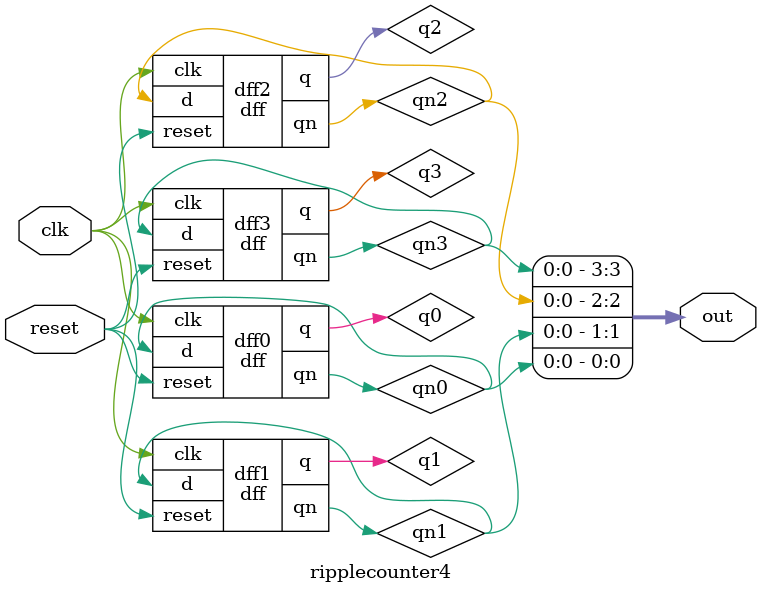
<source format=v>
`timescale 1ns / 1ps

module dff(q,qn,clk,reset,d);
input clk,reset;
input d;
output reg q;
output qn;
always @(posedge clk or negedge reset)
if(!reset)
q<=0;
else
q<=d;
assign qn=~q;
endmodule

module ripplecounter4(out,clk,reset);
input clk,reset;
output [3:0] out;
wire q0,qn0,q1,qn1,q2,qn2,q3,qn3;
dff dff0(.d(qn0),.clk(clk),.reset(reset),.q(q0),.qn(qn0));
dff dff1(.d(qn1),.clk(clk),.reset(reset),.q(q1),.qn(qn1));
dff dff2(.d(qn2),.clk(clk),.reset(reset),.q(q2),.qn(qn2));
dff dff3(.d(qn3),.clk(clk),.reset(reset),.q(q3),.qn(qn3));

assign out={qn3,qn2,qn1,qn0};

endmodule

</source>
